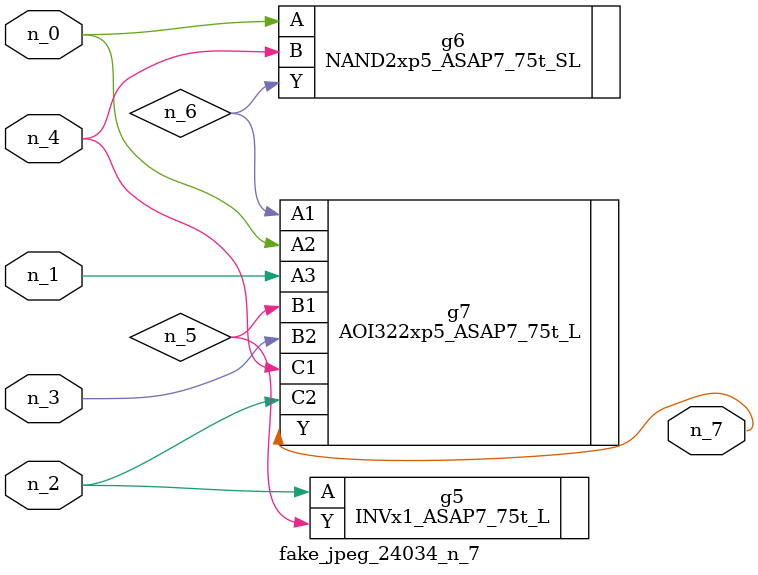
<source format=v>
module fake_jpeg_24034_n_7 (n_3, n_2, n_1, n_0, n_4, n_7);

input n_3;
input n_2;
input n_1;
input n_0;
input n_4;

output n_7;

wire n_6;
wire n_5;

INVx1_ASAP7_75t_L g5 ( 
.A(n_2),
.Y(n_5)
);

NAND2xp5_ASAP7_75t_SL g6 ( 
.A(n_0),
.B(n_4),
.Y(n_6)
);

AOI322xp5_ASAP7_75t_L g7 ( 
.A1(n_6),
.A2(n_0),
.A3(n_1),
.B1(n_5),
.B2(n_3),
.C1(n_4),
.C2(n_2),
.Y(n_7)
);


endmodule
</source>
